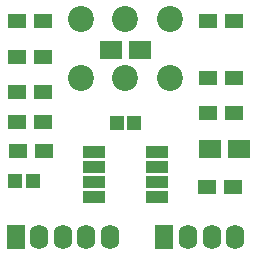
<source format=gts>
%TF.GenerationSoftware,KiCad,Pcbnew,4.0.4-1.fc24-product*%
%TF.CreationDate,2018-03-01T09:40:41+11:00*%
%TF.ProjectId,BT_STACK,42545F535441434B2E6B696361645F70,rev?*%
%TF.FileFunction,Soldermask,Top*%
%FSLAX46Y46*%
G04 Gerber Fmt 4.6, Leading zero omitted, Abs format (unit mm)*
G04 Created by KiCad (PCBNEW 4.0.4-1.fc24-product) date Thu Mar  1 09:40:41 2018*
%MOMM*%
%LPD*%
G01*
G04 APERTURE LIST*
%ADD10C,0.100000*%
%ADD11R,1.950000X1.000000*%
%ADD12R,1.600000X2.100000*%
%ADD13O,1.600000X2.100000*%
%ADD14R,1.600000X1.300000*%
%ADD15R,1.900000X1.650000*%
%ADD16C,2.200000*%
%ADD17R,1.200000X1.150000*%
G04 APERTURE END LIST*
D10*
D11*
X154700000Y-87905000D03*
X154700000Y-86635000D03*
X154700000Y-85365000D03*
X154700000Y-84095000D03*
X149300000Y-84095000D03*
X149300000Y-85365000D03*
X149300000Y-86635000D03*
X149300000Y-87905000D03*
D12*
X142700000Y-91300000D03*
D13*
X144700000Y-91300000D03*
X146700000Y-91300000D03*
X148700000Y-91300000D03*
X150700000Y-91300000D03*
D14*
X142900000Y-84000000D03*
X145100000Y-84000000D03*
X161200000Y-80800000D03*
X159000000Y-80800000D03*
X159000000Y-73000000D03*
X161200000Y-73000000D03*
D15*
X159150000Y-83800000D03*
X161650000Y-83800000D03*
D14*
X159000000Y-77800000D03*
X161200000Y-77800000D03*
X142800000Y-81500000D03*
X145000000Y-81500000D03*
X142800000Y-76000000D03*
X145000000Y-76000000D03*
X142800000Y-73000000D03*
X145000000Y-73000000D03*
X142800000Y-79000000D03*
X145000000Y-79000000D03*
D12*
X155300000Y-91300000D03*
D13*
X157300000Y-91300000D03*
X159300000Y-91300000D03*
X161300000Y-91300000D03*
D15*
X150750000Y-75400000D03*
X153250000Y-75400000D03*
D16*
X155750000Y-72800000D03*
X152000000Y-72800000D03*
X148250000Y-72800000D03*
X155750000Y-77800000D03*
X152000000Y-77800000D03*
X148250000Y-77800000D03*
D17*
X151250000Y-81600000D03*
X152750000Y-81600000D03*
X142650000Y-86500000D03*
X144150000Y-86500000D03*
D14*
X158900000Y-87000000D03*
X161100000Y-87000000D03*
M02*

</source>
